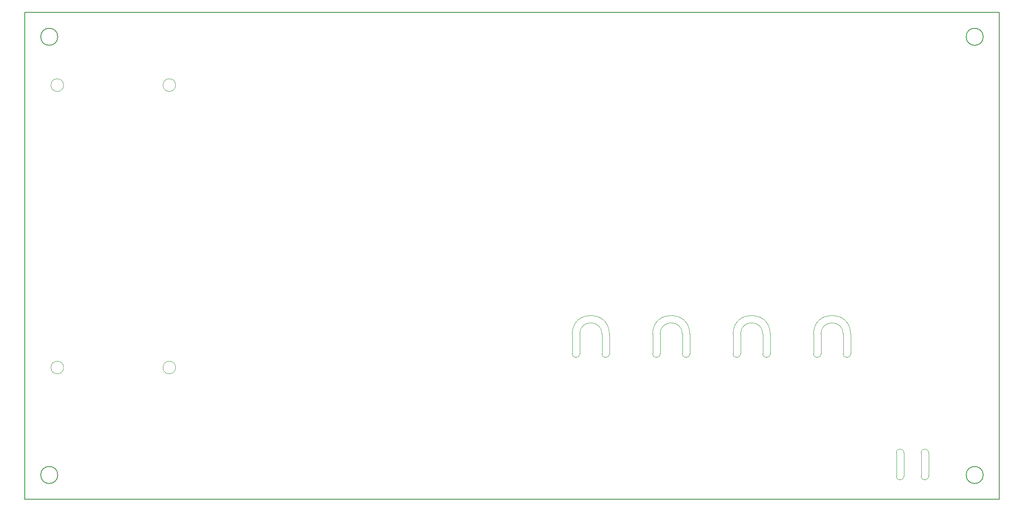
<source format=gbr>
%TF.GenerationSoftware,KiCad,Pcbnew,(5.1.10)-1*%
%TF.CreationDate,2021-11-14T18:54:03+01:00*%
%TF.ProjectId,RPi_ControllerBoard,5250695f-436f-46e7-9472-6f6c6c657242,01*%
%TF.SameCoordinates,Original*%
%TF.FileFunction,Profile,NP*%
%FSLAX46Y46*%
G04 Gerber Fmt 4.6, Leading zero omitted, Abs format (unit mm)*
G04 Created by KiCad (PCBNEW (5.1.10)-1) date 2021-11-14 18:54:03*
%MOMM*%
%LPD*%
G01*
G04 APERTURE LIST*
%TA.AperFunction,Profile*%
%ADD10C,0.120000*%
%TD*%
%TA.AperFunction,Profile*%
%ADD11C,0.050000*%
%TD*%
%TA.AperFunction,Profile*%
%ADD12C,0.200000*%
%TD*%
G04 APERTURE END LIST*
D10*
X60680000Y-118650000D02*
G75*
G03*
X60680000Y-118650000I-1300000J0D01*
G01*
X83680000Y-118650000D02*
G75*
G03*
X83680000Y-118650000I-1300000J0D01*
G01*
X60680000Y-60650000D02*
G75*
G03*
X60680000Y-60650000I-1300000J0D01*
G01*
X83680000Y-60650000D02*
G75*
G03*
X83680000Y-60650000I-1300000J0D01*
G01*
D11*
X238252000Y-140970000D02*
G75*
G02*
X236728000Y-140970000I-762000J0D01*
G01*
X236728000Y-136144000D02*
G75*
G02*
X238252000Y-136144000I762000J0D01*
G01*
X231648000Y-136144000D02*
G75*
G02*
X233172000Y-136144000I762000J0D01*
G01*
X233172000Y-140970000D02*
G75*
G02*
X231648000Y-140970000I-762000J0D01*
G01*
X231648000Y-140970000D02*
X231648000Y-136144000D01*
X233172000Y-136144000D02*
X233172000Y-140970000D01*
X238252000Y-136144000D02*
X238252000Y-140970000D01*
X236728000Y-140970000D02*
X236728000Y-136144000D01*
X171196000Y-111760000D02*
X171196000Y-115824000D01*
X165100000Y-111760000D02*
X165100000Y-115824000D01*
X166624000Y-111760000D02*
G75*
G02*
X171196000Y-111760000I2286000J0D01*
G01*
X172720000Y-111760000D02*
X172720000Y-115824000D01*
X172720000Y-115824000D02*
G75*
G02*
X171196000Y-115824000I-762000J0D01*
G01*
X166624000Y-115824000D02*
G75*
G02*
X165100000Y-115824000I-762000J0D01*
G01*
X166624000Y-111760000D02*
X166624000Y-115824000D01*
X165100000Y-111760000D02*
G75*
G02*
X172720000Y-111760000I3810000J0D01*
G01*
X187706000Y-111760000D02*
X187706000Y-115824000D01*
X181610000Y-111760000D02*
X181610000Y-115824000D01*
X183134000Y-111760000D02*
G75*
G02*
X187706000Y-111760000I2286000J0D01*
G01*
X189230000Y-111760000D02*
X189230000Y-115824000D01*
X189230000Y-115824000D02*
G75*
G02*
X187706000Y-115824000I-762000J0D01*
G01*
X183134000Y-115824000D02*
G75*
G02*
X181610000Y-115824000I-762000J0D01*
G01*
X183134000Y-111760000D02*
X183134000Y-115824000D01*
X181610000Y-111760000D02*
G75*
G02*
X189230000Y-111760000I3810000J0D01*
G01*
X204216000Y-111760000D02*
X204216000Y-115824000D01*
X198120000Y-111760000D02*
X198120000Y-115824000D01*
X199644000Y-111760000D02*
G75*
G02*
X204216000Y-111760000I2286000J0D01*
G01*
X205740000Y-111760000D02*
X205740000Y-115824000D01*
X205740000Y-115824000D02*
G75*
G02*
X204216000Y-115824000I-762000J0D01*
G01*
X199644000Y-115824000D02*
G75*
G02*
X198120000Y-115824000I-762000J0D01*
G01*
X199644000Y-111760000D02*
X199644000Y-115824000D01*
X198120000Y-111760000D02*
G75*
G02*
X205740000Y-111760000I3810000J0D01*
G01*
X216154000Y-115824000D02*
G75*
G02*
X214630000Y-115824000I-762000J0D01*
G01*
X222250000Y-115824000D02*
G75*
G02*
X220726000Y-115824000I-762000J0D01*
G01*
X222250000Y-111760000D02*
X222250000Y-115824000D01*
X220726000Y-111760000D02*
X220726000Y-115824000D01*
X216154000Y-111760000D02*
X216154000Y-115824000D01*
X214630000Y-111760000D02*
X214630000Y-115824000D01*
X216154000Y-111760000D02*
G75*
G02*
X220726000Y-111760000I2286000J0D01*
G01*
X214630000Y-111760000D02*
G75*
G02*
X222250000Y-111760000I3810000J0D01*
G01*
D12*
X52730000Y-145720000D02*
X52730000Y-45720000D01*
X59480000Y-50720000D02*
G75*
G03*
X59480000Y-50720000I-1750000J0D01*
G01*
X52730000Y-45720000D02*
X252730000Y-45720000D01*
X249480000Y-50720000D02*
G75*
G03*
X249480000Y-50720000I-1750000J0D01*
G01*
X249480000Y-140720000D02*
G75*
G03*
X249480000Y-140720000I-1750000J0D01*
G01*
X59480000Y-140720000D02*
G75*
G03*
X59480000Y-140720000I-1750000J0D01*
G01*
X252730000Y-145720000D02*
X52730000Y-145720000D01*
X252730000Y-45720000D02*
X252730000Y-145720000D01*
M02*

</source>
